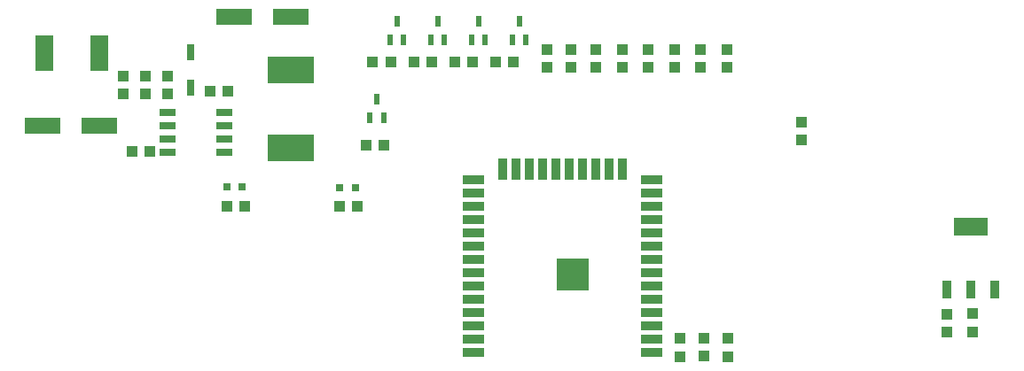
<source format=gbr>
G04 EAGLE Gerber RS-274X export*
G75*
%MOMM*%
%FSLAX34Y34*%
%LPD*%
%INSolderpaste Top*%
%IPPOS*%
%AMOC8*
5,1,8,0,0,1.08239X$1,22.5*%
G01*
%ADD10R,1.000000X1.100000*%
%ADD11R,3.500000X1.600000*%
%ADD12R,1.100000X1.000000*%
%ADD13R,0.800000X1.600000*%
%ADD14R,1.778000X3.505200*%
%ADD15R,1.525000X0.700000*%
%ADD16R,0.800000X0.800000*%
%ADD17R,0.900000X1.800000*%
%ADD18R,3.200000X1.800000*%
%ADD19R,0.500000X1.000000*%
%ADD20R,4.500000X2.500000*%
%ADD21R,3.164769X3.166009*%
%ADD22R,2.000000X0.900000*%
%ADD23R,0.900000X2.000000*%


D10*
X637000Y32800D03*
X637000Y15800D03*
X660200Y33100D03*
X660200Y16100D03*
X683400Y32800D03*
X683400Y15800D03*
D11*
X265400Y340600D03*
X211400Y340600D03*
D12*
X188500Y269700D03*
X205500Y269700D03*
D11*
X82800Y236500D03*
X28800Y236500D03*
D13*
X170100Y272900D03*
X170100Y306900D03*
D14*
X30138Y306200D03*
X82462Y306200D03*
D15*
X202320Y211150D03*
X202320Y223850D03*
X202320Y236550D03*
X202320Y249250D03*
X148080Y249250D03*
X148080Y236550D03*
X148080Y223850D03*
X148080Y211150D03*
D16*
X219450Y178150D03*
X204450Y178150D03*
X327500Y177150D03*
X312500Y177150D03*
D17*
X891900Y79500D03*
X914900Y79500D03*
X937900Y79500D03*
D18*
X914900Y139500D03*
D12*
X682000Y292500D03*
X682000Y309500D03*
D10*
X383000Y297050D03*
X400000Y297050D03*
X422000Y297050D03*
X439000Y297050D03*
X461000Y297050D03*
X478000Y297050D03*
X338000Y218050D03*
X355000Y218050D03*
D12*
X892600Y39200D03*
X892600Y56200D03*
X917200Y39500D03*
X917200Y56500D03*
D10*
X312500Y159050D03*
X329500Y159050D03*
X204550Y159050D03*
X221550Y159050D03*
X114000Y212000D03*
X131000Y212000D03*
D12*
X657000Y292500D03*
X657000Y309500D03*
X148100Y266900D03*
X148100Y283900D03*
X127000Y266900D03*
X127000Y283900D03*
X106000Y267100D03*
X106000Y284100D03*
X632000Y292500D03*
X632000Y309500D03*
X607000Y292500D03*
X607000Y309500D03*
X582000Y292500D03*
X582000Y309500D03*
X557000Y292500D03*
X557000Y309500D03*
X533200Y308900D03*
X533200Y291900D03*
X510600Y309100D03*
X510600Y292100D03*
D10*
X344000Y297050D03*
X361000Y297050D03*
D19*
X405900Y336100D03*
X399400Y318100D03*
X412400Y318100D03*
X444900Y336100D03*
X438400Y318100D03*
X451400Y318100D03*
X483900Y336100D03*
X477400Y318100D03*
X490400Y318100D03*
X366900Y336100D03*
X360400Y318100D03*
X373400Y318100D03*
X347900Y262100D03*
X341400Y244100D03*
X354400Y244100D03*
D20*
X265400Y289500D03*
X265400Y215500D03*
D21*
X535013Y94419D03*
D22*
X610000Y19400D03*
X610000Y32100D03*
X610000Y44800D03*
X610000Y57500D03*
X610000Y70200D03*
X610000Y82900D03*
X610000Y95600D03*
X610000Y108300D03*
X610000Y121000D03*
X610000Y133700D03*
X610000Y146400D03*
X610000Y159100D03*
X610000Y171800D03*
X610000Y184500D03*
D23*
X582150Y194500D03*
X569450Y194500D03*
X556750Y194500D03*
X544050Y194500D03*
X531350Y194500D03*
X518650Y194500D03*
X505950Y194500D03*
X493250Y194500D03*
X480550Y194500D03*
X467850Y194500D03*
D22*
X440000Y184500D03*
X440000Y171800D03*
X440000Y159100D03*
X440000Y146400D03*
X440000Y133700D03*
X440000Y121000D03*
X440000Y108300D03*
X440000Y95600D03*
X440000Y82900D03*
X440000Y70200D03*
X440000Y57500D03*
X440000Y44800D03*
X440000Y32100D03*
X440000Y19400D03*
D12*
X753000Y239500D03*
X753000Y222500D03*
M02*

</source>
